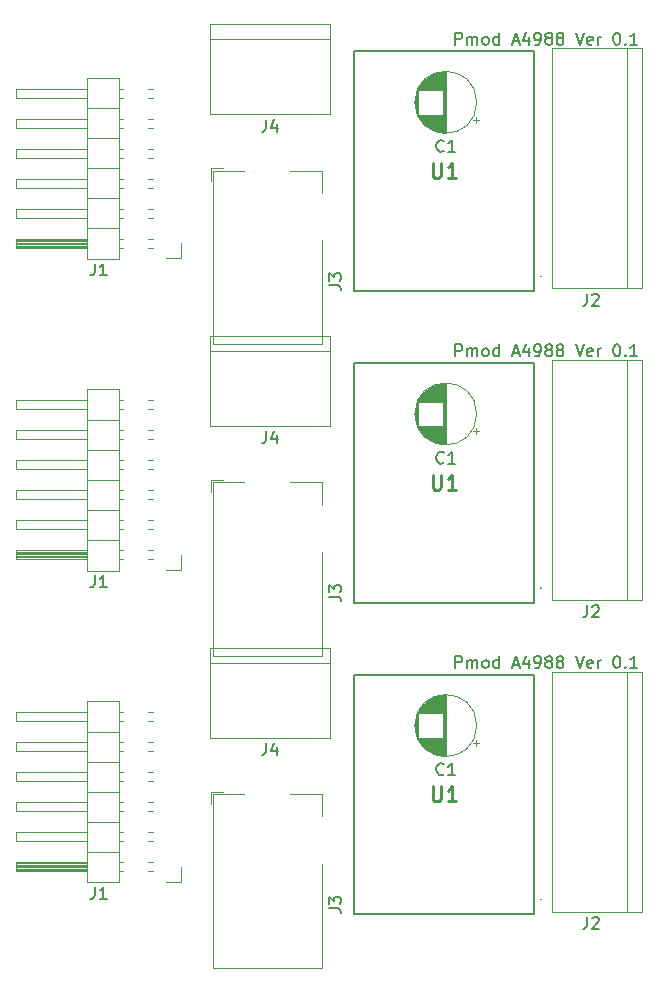
<source format=gbr>
%TF.GenerationSoftware,KiCad,Pcbnew,(6.0.11)*%
%TF.CreationDate,2023-02-22T21:13:02+09:00*%
%TF.ProjectId,panel,70616e65-6c2e-46b6-9963-61645f706362,rev?*%
%TF.SameCoordinates,Original*%
%TF.FileFunction,Legend,Top*%
%TF.FilePolarity,Positive*%
%FSLAX46Y46*%
G04 Gerber Fmt 4.6, Leading zero omitted, Abs format (unit mm)*
G04 Created by KiCad (PCBNEW (6.0.11)) date 2023-02-22 21:13:02*
%MOMM*%
%LPD*%
G01*
G04 APERTURE LIST*
%ADD10C,0.150000*%
%ADD11C,0.254000*%
%ADD12C,0.120000*%
%ADD13C,0.200000*%
%ADD14C,0.100000*%
G04 APERTURE END LIST*
D10*
X156073333Y-28722380D02*
X156073333Y-27722380D01*
X156454285Y-27722380D01*
X156549523Y-27770000D01*
X156597142Y-27817619D01*
X156644761Y-27912857D01*
X156644761Y-28055714D01*
X156597142Y-28150952D01*
X156549523Y-28198571D01*
X156454285Y-28246190D01*
X156073333Y-28246190D01*
X157073333Y-28722380D02*
X157073333Y-28055714D01*
X157073333Y-28150952D02*
X157120952Y-28103333D01*
X157216190Y-28055714D01*
X157359047Y-28055714D01*
X157454285Y-28103333D01*
X157501904Y-28198571D01*
X157501904Y-28722380D01*
X157501904Y-28198571D02*
X157549523Y-28103333D01*
X157644761Y-28055714D01*
X157787619Y-28055714D01*
X157882857Y-28103333D01*
X157930476Y-28198571D01*
X157930476Y-28722380D01*
X158549523Y-28722380D02*
X158454285Y-28674761D01*
X158406666Y-28627142D01*
X158359047Y-28531904D01*
X158359047Y-28246190D01*
X158406666Y-28150952D01*
X158454285Y-28103333D01*
X158549523Y-28055714D01*
X158692380Y-28055714D01*
X158787619Y-28103333D01*
X158835238Y-28150952D01*
X158882857Y-28246190D01*
X158882857Y-28531904D01*
X158835238Y-28627142D01*
X158787619Y-28674761D01*
X158692380Y-28722380D01*
X158549523Y-28722380D01*
X159740000Y-28722380D02*
X159740000Y-27722380D01*
X159740000Y-28674761D02*
X159644761Y-28722380D01*
X159454285Y-28722380D01*
X159359047Y-28674761D01*
X159311428Y-28627142D01*
X159263809Y-28531904D01*
X159263809Y-28246190D01*
X159311428Y-28150952D01*
X159359047Y-28103333D01*
X159454285Y-28055714D01*
X159644761Y-28055714D01*
X159740000Y-28103333D01*
X160930476Y-28436666D02*
X161406666Y-28436666D01*
X160835238Y-28722380D02*
X161168571Y-27722380D01*
X161501904Y-28722380D01*
X162263809Y-28055714D02*
X162263809Y-28722380D01*
X162025714Y-27674761D02*
X161787619Y-28389047D01*
X162406666Y-28389047D01*
X162835238Y-28722380D02*
X163025714Y-28722380D01*
X163120952Y-28674761D01*
X163168571Y-28627142D01*
X163263809Y-28484285D01*
X163311428Y-28293809D01*
X163311428Y-27912857D01*
X163263809Y-27817619D01*
X163216190Y-27770000D01*
X163120952Y-27722380D01*
X162930476Y-27722380D01*
X162835238Y-27770000D01*
X162787619Y-27817619D01*
X162740000Y-27912857D01*
X162740000Y-28150952D01*
X162787619Y-28246190D01*
X162835238Y-28293809D01*
X162930476Y-28341428D01*
X163120952Y-28341428D01*
X163216190Y-28293809D01*
X163263809Y-28246190D01*
X163311428Y-28150952D01*
X163882857Y-28150952D02*
X163787619Y-28103333D01*
X163740000Y-28055714D01*
X163692380Y-27960476D01*
X163692380Y-27912857D01*
X163740000Y-27817619D01*
X163787619Y-27770000D01*
X163882857Y-27722380D01*
X164073333Y-27722380D01*
X164168571Y-27770000D01*
X164216190Y-27817619D01*
X164263809Y-27912857D01*
X164263809Y-27960476D01*
X164216190Y-28055714D01*
X164168571Y-28103333D01*
X164073333Y-28150952D01*
X163882857Y-28150952D01*
X163787619Y-28198571D01*
X163740000Y-28246190D01*
X163692380Y-28341428D01*
X163692380Y-28531904D01*
X163740000Y-28627142D01*
X163787619Y-28674761D01*
X163882857Y-28722380D01*
X164073333Y-28722380D01*
X164168571Y-28674761D01*
X164216190Y-28627142D01*
X164263809Y-28531904D01*
X164263809Y-28341428D01*
X164216190Y-28246190D01*
X164168571Y-28198571D01*
X164073333Y-28150952D01*
X164835238Y-28150952D02*
X164740000Y-28103333D01*
X164692380Y-28055714D01*
X164644761Y-27960476D01*
X164644761Y-27912857D01*
X164692380Y-27817619D01*
X164740000Y-27770000D01*
X164835238Y-27722380D01*
X165025714Y-27722380D01*
X165120952Y-27770000D01*
X165168571Y-27817619D01*
X165216190Y-27912857D01*
X165216190Y-27960476D01*
X165168571Y-28055714D01*
X165120952Y-28103333D01*
X165025714Y-28150952D01*
X164835238Y-28150952D01*
X164740000Y-28198571D01*
X164692380Y-28246190D01*
X164644761Y-28341428D01*
X164644761Y-28531904D01*
X164692380Y-28627142D01*
X164740000Y-28674761D01*
X164835238Y-28722380D01*
X165025714Y-28722380D01*
X165120952Y-28674761D01*
X165168571Y-28627142D01*
X165216190Y-28531904D01*
X165216190Y-28341428D01*
X165168571Y-28246190D01*
X165120952Y-28198571D01*
X165025714Y-28150952D01*
X166263809Y-27722380D02*
X166597142Y-28722380D01*
X166930476Y-27722380D01*
X167644761Y-28674761D02*
X167549523Y-28722380D01*
X167359047Y-28722380D01*
X167263809Y-28674761D01*
X167216190Y-28579523D01*
X167216190Y-28198571D01*
X167263809Y-28103333D01*
X167359047Y-28055714D01*
X167549523Y-28055714D01*
X167644761Y-28103333D01*
X167692380Y-28198571D01*
X167692380Y-28293809D01*
X167216190Y-28389047D01*
X168120952Y-28722380D02*
X168120952Y-28055714D01*
X168120952Y-28246190D02*
X168168571Y-28150952D01*
X168216190Y-28103333D01*
X168311428Y-28055714D01*
X168406666Y-28055714D01*
X169692380Y-27722380D02*
X169787619Y-27722380D01*
X169882857Y-27770000D01*
X169930476Y-27817619D01*
X169978095Y-27912857D01*
X170025714Y-28103333D01*
X170025714Y-28341428D01*
X169978095Y-28531904D01*
X169930476Y-28627142D01*
X169882857Y-28674761D01*
X169787619Y-28722380D01*
X169692380Y-28722380D01*
X169597142Y-28674761D01*
X169549523Y-28627142D01*
X169501904Y-28531904D01*
X169454285Y-28341428D01*
X169454285Y-28103333D01*
X169501904Y-27912857D01*
X169549523Y-27817619D01*
X169597142Y-27770000D01*
X169692380Y-27722380D01*
X170454285Y-28627142D02*
X170501904Y-28674761D01*
X170454285Y-28722380D01*
X170406666Y-28674761D01*
X170454285Y-28627142D01*
X170454285Y-28722380D01*
X171454285Y-28722380D02*
X170882857Y-28722380D01*
X171168571Y-28722380D02*
X171168571Y-27722380D01*
X171073333Y-27865238D01*
X170978095Y-27960476D01*
X170882857Y-28008095D01*
X156073333Y-55106380D02*
X156073333Y-54106380D01*
X156454285Y-54106380D01*
X156549523Y-54154000D01*
X156597142Y-54201619D01*
X156644761Y-54296857D01*
X156644761Y-54439714D01*
X156597142Y-54534952D01*
X156549523Y-54582571D01*
X156454285Y-54630190D01*
X156073333Y-54630190D01*
X157073333Y-55106380D02*
X157073333Y-54439714D01*
X157073333Y-54534952D02*
X157120952Y-54487333D01*
X157216190Y-54439714D01*
X157359047Y-54439714D01*
X157454285Y-54487333D01*
X157501904Y-54582571D01*
X157501904Y-55106380D01*
X157501904Y-54582571D02*
X157549523Y-54487333D01*
X157644761Y-54439714D01*
X157787619Y-54439714D01*
X157882857Y-54487333D01*
X157930476Y-54582571D01*
X157930476Y-55106380D01*
X158549523Y-55106380D02*
X158454285Y-55058761D01*
X158406666Y-55011142D01*
X158359047Y-54915904D01*
X158359047Y-54630190D01*
X158406666Y-54534952D01*
X158454285Y-54487333D01*
X158549523Y-54439714D01*
X158692380Y-54439714D01*
X158787619Y-54487333D01*
X158835238Y-54534952D01*
X158882857Y-54630190D01*
X158882857Y-54915904D01*
X158835238Y-55011142D01*
X158787619Y-55058761D01*
X158692380Y-55106380D01*
X158549523Y-55106380D01*
X159740000Y-55106380D02*
X159740000Y-54106380D01*
X159740000Y-55058761D02*
X159644761Y-55106380D01*
X159454285Y-55106380D01*
X159359047Y-55058761D01*
X159311428Y-55011142D01*
X159263809Y-54915904D01*
X159263809Y-54630190D01*
X159311428Y-54534952D01*
X159359047Y-54487333D01*
X159454285Y-54439714D01*
X159644761Y-54439714D01*
X159740000Y-54487333D01*
X160930476Y-54820666D02*
X161406666Y-54820666D01*
X160835238Y-55106380D02*
X161168571Y-54106380D01*
X161501904Y-55106380D01*
X162263809Y-54439714D02*
X162263809Y-55106380D01*
X162025714Y-54058761D02*
X161787619Y-54773047D01*
X162406666Y-54773047D01*
X162835238Y-55106380D02*
X163025714Y-55106380D01*
X163120952Y-55058761D01*
X163168571Y-55011142D01*
X163263809Y-54868285D01*
X163311428Y-54677809D01*
X163311428Y-54296857D01*
X163263809Y-54201619D01*
X163216190Y-54154000D01*
X163120952Y-54106380D01*
X162930476Y-54106380D01*
X162835238Y-54154000D01*
X162787619Y-54201619D01*
X162740000Y-54296857D01*
X162740000Y-54534952D01*
X162787619Y-54630190D01*
X162835238Y-54677809D01*
X162930476Y-54725428D01*
X163120952Y-54725428D01*
X163216190Y-54677809D01*
X163263809Y-54630190D01*
X163311428Y-54534952D01*
X163882857Y-54534952D02*
X163787619Y-54487333D01*
X163740000Y-54439714D01*
X163692380Y-54344476D01*
X163692380Y-54296857D01*
X163740000Y-54201619D01*
X163787619Y-54154000D01*
X163882857Y-54106380D01*
X164073333Y-54106380D01*
X164168571Y-54154000D01*
X164216190Y-54201619D01*
X164263809Y-54296857D01*
X164263809Y-54344476D01*
X164216190Y-54439714D01*
X164168571Y-54487333D01*
X164073333Y-54534952D01*
X163882857Y-54534952D01*
X163787619Y-54582571D01*
X163740000Y-54630190D01*
X163692380Y-54725428D01*
X163692380Y-54915904D01*
X163740000Y-55011142D01*
X163787619Y-55058761D01*
X163882857Y-55106380D01*
X164073333Y-55106380D01*
X164168571Y-55058761D01*
X164216190Y-55011142D01*
X164263809Y-54915904D01*
X164263809Y-54725428D01*
X164216190Y-54630190D01*
X164168571Y-54582571D01*
X164073333Y-54534952D01*
X164835238Y-54534952D02*
X164740000Y-54487333D01*
X164692380Y-54439714D01*
X164644761Y-54344476D01*
X164644761Y-54296857D01*
X164692380Y-54201619D01*
X164740000Y-54154000D01*
X164835238Y-54106380D01*
X165025714Y-54106380D01*
X165120952Y-54154000D01*
X165168571Y-54201619D01*
X165216190Y-54296857D01*
X165216190Y-54344476D01*
X165168571Y-54439714D01*
X165120952Y-54487333D01*
X165025714Y-54534952D01*
X164835238Y-54534952D01*
X164740000Y-54582571D01*
X164692380Y-54630190D01*
X164644761Y-54725428D01*
X164644761Y-54915904D01*
X164692380Y-55011142D01*
X164740000Y-55058761D01*
X164835238Y-55106380D01*
X165025714Y-55106380D01*
X165120952Y-55058761D01*
X165168571Y-55011142D01*
X165216190Y-54915904D01*
X165216190Y-54725428D01*
X165168571Y-54630190D01*
X165120952Y-54582571D01*
X165025714Y-54534952D01*
X166263809Y-54106380D02*
X166597142Y-55106380D01*
X166930476Y-54106380D01*
X167644761Y-55058761D02*
X167549523Y-55106380D01*
X167359047Y-55106380D01*
X167263809Y-55058761D01*
X167216190Y-54963523D01*
X167216190Y-54582571D01*
X167263809Y-54487333D01*
X167359047Y-54439714D01*
X167549523Y-54439714D01*
X167644761Y-54487333D01*
X167692380Y-54582571D01*
X167692380Y-54677809D01*
X167216190Y-54773047D01*
X168120952Y-55106380D02*
X168120952Y-54439714D01*
X168120952Y-54630190D02*
X168168571Y-54534952D01*
X168216190Y-54487333D01*
X168311428Y-54439714D01*
X168406666Y-54439714D01*
X169692380Y-54106380D02*
X169787619Y-54106380D01*
X169882857Y-54154000D01*
X169930476Y-54201619D01*
X169978095Y-54296857D01*
X170025714Y-54487333D01*
X170025714Y-54725428D01*
X169978095Y-54915904D01*
X169930476Y-55011142D01*
X169882857Y-55058761D01*
X169787619Y-55106380D01*
X169692380Y-55106380D01*
X169597142Y-55058761D01*
X169549523Y-55011142D01*
X169501904Y-54915904D01*
X169454285Y-54725428D01*
X169454285Y-54487333D01*
X169501904Y-54296857D01*
X169549523Y-54201619D01*
X169597142Y-54154000D01*
X169692380Y-54106380D01*
X170454285Y-55011142D02*
X170501904Y-55058761D01*
X170454285Y-55106380D01*
X170406666Y-55058761D01*
X170454285Y-55011142D01*
X170454285Y-55106380D01*
X171454285Y-55106380D02*
X170882857Y-55106380D01*
X171168571Y-55106380D02*
X171168571Y-54106380D01*
X171073333Y-54249238D01*
X170978095Y-54344476D01*
X170882857Y-54392095D01*
X156073333Y-81490380D02*
X156073333Y-80490380D01*
X156454285Y-80490380D01*
X156549523Y-80538000D01*
X156597142Y-80585619D01*
X156644761Y-80680857D01*
X156644761Y-80823714D01*
X156597142Y-80918952D01*
X156549523Y-80966571D01*
X156454285Y-81014190D01*
X156073333Y-81014190D01*
X157073333Y-81490380D02*
X157073333Y-80823714D01*
X157073333Y-80918952D02*
X157120952Y-80871333D01*
X157216190Y-80823714D01*
X157359047Y-80823714D01*
X157454285Y-80871333D01*
X157501904Y-80966571D01*
X157501904Y-81490380D01*
X157501904Y-80966571D02*
X157549523Y-80871333D01*
X157644761Y-80823714D01*
X157787619Y-80823714D01*
X157882857Y-80871333D01*
X157930476Y-80966571D01*
X157930476Y-81490380D01*
X158549523Y-81490380D02*
X158454285Y-81442761D01*
X158406666Y-81395142D01*
X158359047Y-81299904D01*
X158359047Y-81014190D01*
X158406666Y-80918952D01*
X158454285Y-80871333D01*
X158549523Y-80823714D01*
X158692380Y-80823714D01*
X158787619Y-80871333D01*
X158835238Y-80918952D01*
X158882857Y-81014190D01*
X158882857Y-81299904D01*
X158835238Y-81395142D01*
X158787619Y-81442761D01*
X158692380Y-81490380D01*
X158549523Y-81490380D01*
X159740000Y-81490380D02*
X159740000Y-80490380D01*
X159740000Y-81442761D02*
X159644761Y-81490380D01*
X159454285Y-81490380D01*
X159359047Y-81442761D01*
X159311428Y-81395142D01*
X159263809Y-81299904D01*
X159263809Y-81014190D01*
X159311428Y-80918952D01*
X159359047Y-80871333D01*
X159454285Y-80823714D01*
X159644761Y-80823714D01*
X159740000Y-80871333D01*
X160930476Y-81204666D02*
X161406666Y-81204666D01*
X160835238Y-81490380D02*
X161168571Y-80490380D01*
X161501904Y-81490380D01*
X162263809Y-80823714D02*
X162263809Y-81490380D01*
X162025714Y-80442761D02*
X161787619Y-81157047D01*
X162406666Y-81157047D01*
X162835238Y-81490380D02*
X163025714Y-81490380D01*
X163120952Y-81442761D01*
X163168571Y-81395142D01*
X163263809Y-81252285D01*
X163311428Y-81061809D01*
X163311428Y-80680857D01*
X163263809Y-80585619D01*
X163216190Y-80538000D01*
X163120952Y-80490380D01*
X162930476Y-80490380D01*
X162835238Y-80538000D01*
X162787619Y-80585619D01*
X162740000Y-80680857D01*
X162740000Y-80918952D01*
X162787619Y-81014190D01*
X162835238Y-81061809D01*
X162930476Y-81109428D01*
X163120952Y-81109428D01*
X163216190Y-81061809D01*
X163263809Y-81014190D01*
X163311428Y-80918952D01*
X163882857Y-80918952D02*
X163787619Y-80871333D01*
X163740000Y-80823714D01*
X163692380Y-80728476D01*
X163692380Y-80680857D01*
X163740000Y-80585619D01*
X163787619Y-80538000D01*
X163882857Y-80490380D01*
X164073333Y-80490380D01*
X164168571Y-80538000D01*
X164216190Y-80585619D01*
X164263809Y-80680857D01*
X164263809Y-80728476D01*
X164216190Y-80823714D01*
X164168571Y-80871333D01*
X164073333Y-80918952D01*
X163882857Y-80918952D01*
X163787619Y-80966571D01*
X163740000Y-81014190D01*
X163692380Y-81109428D01*
X163692380Y-81299904D01*
X163740000Y-81395142D01*
X163787619Y-81442761D01*
X163882857Y-81490380D01*
X164073333Y-81490380D01*
X164168571Y-81442761D01*
X164216190Y-81395142D01*
X164263809Y-81299904D01*
X164263809Y-81109428D01*
X164216190Y-81014190D01*
X164168571Y-80966571D01*
X164073333Y-80918952D01*
X164835238Y-80918952D02*
X164740000Y-80871333D01*
X164692380Y-80823714D01*
X164644761Y-80728476D01*
X164644761Y-80680857D01*
X164692380Y-80585619D01*
X164740000Y-80538000D01*
X164835238Y-80490380D01*
X165025714Y-80490380D01*
X165120952Y-80538000D01*
X165168571Y-80585619D01*
X165216190Y-80680857D01*
X165216190Y-80728476D01*
X165168571Y-80823714D01*
X165120952Y-80871333D01*
X165025714Y-80918952D01*
X164835238Y-80918952D01*
X164740000Y-80966571D01*
X164692380Y-81014190D01*
X164644761Y-81109428D01*
X164644761Y-81299904D01*
X164692380Y-81395142D01*
X164740000Y-81442761D01*
X164835238Y-81490380D01*
X165025714Y-81490380D01*
X165120952Y-81442761D01*
X165168571Y-81395142D01*
X165216190Y-81299904D01*
X165216190Y-81109428D01*
X165168571Y-81014190D01*
X165120952Y-80966571D01*
X165025714Y-80918952D01*
X166263809Y-80490380D02*
X166597142Y-81490380D01*
X166930476Y-80490380D01*
X167644761Y-81442761D02*
X167549523Y-81490380D01*
X167359047Y-81490380D01*
X167263809Y-81442761D01*
X167216190Y-81347523D01*
X167216190Y-80966571D01*
X167263809Y-80871333D01*
X167359047Y-80823714D01*
X167549523Y-80823714D01*
X167644761Y-80871333D01*
X167692380Y-80966571D01*
X167692380Y-81061809D01*
X167216190Y-81157047D01*
X168120952Y-81490380D02*
X168120952Y-80823714D01*
X168120952Y-81014190D02*
X168168571Y-80918952D01*
X168216190Y-80871333D01*
X168311428Y-80823714D01*
X168406666Y-80823714D01*
X169692380Y-80490380D02*
X169787619Y-80490380D01*
X169882857Y-80538000D01*
X169930476Y-80585619D01*
X169978095Y-80680857D01*
X170025714Y-80871333D01*
X170025714Y-81109428D01*
X169978095Y-81299904D01*
X169930476Y-81395142D01*
X169882857Y-81442761D01*
X169787619Y-81490380D01*
X169692380Y-81490380D01*
X169597142Y-81442761D01*
X169549523Y-81395142D01*
X169501904Y-81299904D01*
X169454285Y-81109428D01*
X169454285Y-80871333D01*
X169501904Y-80680857D01*
X169549523Y-80585619D01*
X169597142Y-80538000D01*
X169692380Y-80490380D01*
X170454285Y-81395142D02*
X170501904Y-81442761D01*
X170454285Y-81490380D01*
X170406666Y-81442761D01*
X170454285Y-81395142D01*
X170454285Y-81490380D01*
X171454285Y-81490380D02*
X170882857Y-81490380D01*
X171168571Y-81490380D02*
X171168571Y-80490380D01*
X171073333Y-80633238D01*
X170978095Y-80728476D01*
X170882857Y-80776095D01*
%TO.C,J1*%
X125555666Y-47264380D02*
X125555666Y-47978666D01*
X125508047Y-48121523D01*
X125412809Y-48216761D01*
X125269952Y-48264380D01*
X125174714Y-48264380D01*
X126555666Y-48264380D02*
X125984238Y-48264380D01*
X126269952Y-48264380D02*
X126269952Y-47264380D01*
X126174714Y-47407238D01*
X126079476Y-47502476D01*
X125984238Y-47550095D01*
D11*
%TO.C,U1*%
X154136380Y-38750523D02*
X154136380Y-39778619D01*
X154196857Y-39899571D01*
X154257333Y-39960047D01*
X154378285Y-40020523D01*
X154620190Y-40020523D01*
X154741142Y-39960047D01*
X154801619Y-39899571D01*
X154862095Y-39778619D01*
X154862095Y-38750523D01*
X156132095Y-40020523D02*
X155406380Y-40020523D01*
X155769238Y-40020523D02*
X155769238Y-38750523D01*
X155648285Y-38931952D01*
X155527333Y-39052904D01*
X155406380Y-39113380D01*
D10*
%TO.C,J3*%
X145378880Y-101855333D02*
X146093166Y-101855333D01*
X146236023Y-101902952D01*
X146331261Y-101998190D01*
X146378880Y-102141047D01*
X146378880Y-102236285D01*
X145378880Y-101474380D02*
X145378880Y-100855333D01*
X145759833Y-101188666D01*
X145759833Y-101045809D01*
X145807452Y-100950571D01*
X145855071Y-100902952D01*
X145950309Y-100855333D01*
X146188404Y-100855333D01*
X146283642Y-100902952D01*
X146331261Y-100950571D01*
X146378880Y-101045809D01*
X146378880Y-101331523D01*
X146331261Y-101426761D01*
X146283642Y-101474380D01*
%TO.C,C1*%
X155086237Y-64095142D02*
X155038618Y-64142761D01*
X154895761Y-64190380D01*
X154800523Y-64190380D01*
X154657665Y-64142761D01*
X154562427Y-64047523D01*
X154514808Y-63952285D01*
X154467189Y-63761809D01*
X154467189Y-63618952D01*
X154514808Y-63428476D01*
X154562427Y-63333238D01*
X154657665Y-63238000D01*
X154800523Y-63190380D01*
X154895761Y-63190380D01*
X155038618Y-63238000D01*
X155086237Y-63285619D01*
X156038618Y-64190380D02*
X155467189Y-64190380D01*
X155752904Y-64190380D02*
X155752904Y-63190380D01*
X155657665Y-63333238D01*
X155562427Y-63428476D01*
X155467189Y-63476095D01*
%TO.C,J3*%
X145378880Y-75471333D02*
X146093166Y-75471333D01*
X146236023Y-75518952D01*
X146331261Y-75614190D01*
X146378880Y-75757047D01*
X146378880Y-75852285D01*
X145378880Y-75090380D02*
X145378880Y-74471333D01*
X145759833Y-74804666D01*
X145759833Y-74661809D01*
X145807452Y-74566571D01*
X145855071Y-74518952D01*
X145950309Y-74471333D01*
X146188404Y-74471333D01*
X146283642Y-74518952D01*
X146331261Y-74566571D01*
X146378880Y-74661809D01*
X146378880Y-74947523D01*
X146331261Y-75042761D01*
X146283642Y-75090380D01*
%TO.C,J1*%
X125555666Y-73648380D02*
X125555666Y-74362666D01*
X125508047Y-74505523D01*
X125412809Y-74600761D01*
X125269952Y-74648380D01*
X125174714Y-74648380D01*
X126555666Y-74648380D02*
X125984238Y-74648380D01*
X126269952Y-74648380D02*
X126269952Y-73648380D01*
X126174714Y-73791238D01*
X126079476Y-73886476D01*
X125984238Y-73934095D01*
D11*
%TO.C,U1*%
X154136380Y-91518523D02*
X154136380Y-92546619D01*
X154196857Y-92667571D01*
X154257333Y-92728047D01*
X154378285Y-92788523D01*
X154620190Y-92788523D01*
X154741142Y-92728047D01*
X154801619Y-92667571D01*
X154862095Y-92546619D01*
X154862095Y-91518523D01*
X156132095Y-92788523D02*
X155406380Y-92788523D01*
X155769238Y-92788523D02*
X155769238Y-91518523D01*
X155648285Y-91699952D01*
X155527333Y-91820904D01*
X155406380Y-91881380D01*
D10*
%TO.C,J2*%
X167216666Y-76204380D02*
X167216666Y-76918666D01*
X167169047Y-77061523D01*
X167073809Y-77156761D01*
X166930952Y-77204380D01*
X166835714Y-77204380D01*
X167645238Y-76299619D02*
X167692857Y-76252000D01*
X167788095Y-76204380D01*
X168026190Y-76204380D01*
X168121428Y-76252000D01*
X168169047Y-76299619D01*
X168216666Y-76394857D01*
X168216666Y-76490095D01*
X168169047Y-76632952D01*
X167597619Y-77204380D01*
X168216666Y-77204380D01*
%TO.C,C1*%
X155086237Y-90479142D02*
X155038618Y-90526761D01*
X154895761Y-90574380D01*
X154800523Y-90574380D01*
X154657665Y-90526761D01*
X154562427Y-90431523D01*
X154514808Y-90336285D01*
X154467189Y-90145809D01*
X154467189Y-90002952D01*
X154514808Y-89812476D01*
X154562427Y-89717238D01*
X154657665Y-89622000D01*
X154800523Y-89574380D01*
X154895761Y-89574380D01*
X155038618Y-89622000D01*
X155086237Y-89669619D01*
X156038618Y-90574380D02*
X155467189Y-90574380D01*
X155752904Y-90574380D02*
X155752904Y-89574380D01*
X155657665Y-89717238D01*
X155562427Y-89812476D01*
X155467189Y-89860095D01*
%TO.C,J3*%
X145378880Y-49087333D02*
X146093166Y-49087333D01*
X146236023Y-49134952D01*
X146331261Y-49230190D01*
X146378880Y-49373047D01*
X146378880Y-49468285D01*
X145378880Y-48706380D02*
X145378880Y-48087333D01*
X145759833Y-48420666D01*
X145759833Y-48277809D01*
X145807452Y-48182571D01*
X145855071Y-48134952D01*
X145950309Y-48087333D01*
X146188404Y-48087333D01*
X146283642Y-48134952D01*
X146331261Y-48182571D01*
X146378880Y-48277809D01*
X146378880Y-48563523D01*
X146331261Y-48658761D01*
X146283642Y-48706380D01*
%TO.C,C1*%
X155086237Y-37711142D02*
X155038618Y-37758761D01*
X154895761Y-37806380D01*
X154800523Y-37806380D01*
X154657665Y-37758761D01*
X154562427Y-37663523D01*
X154514808Y-37568285D01*
X154467189Y-37377809D01*
X154467189Y-37234952D01*
X154514808Y-37044476D01*
X154562427Y-36949238D01*
X154657665Y-36854000D01*
X154800523Y-36806380D01*
X154895761Y-36806380D01*
X155038618Y-36854000D01*
X155086237Y-36901619D01*
X156038618Y-37806380D02*
X155467189Y-37806380D01*
X155752904Y-37806380D02*
X155752904Y-36806380D01*
X155657665Y-36949238D01*
X155562427Y-37044476D01*
X155467189Y-37092095D01*
%TO.C,J4*%
X140038666Y-61472380D02*
X140038666Y-62186666D01*
X139991047Y-62329523D01*
X139895809Y-62424761D01*
X139752952Y-62472380D01*
X139657714Y-62472380D01*
X140943428Y-61805714D02*
X140943428Y-62472380D01*
X140705333Y-61424761D02*
X140467238Y-62139047D01*
X141086285Y-62139047D01*
D11*
%TO.C,U1*%
X154136380Y-65134523D02*
X154136380Y-66162619D01*
X154196857Y-66283571D01*
X154257333Y-66344047D01*
X154378285Y-66404523D01*
X154620190Y-66404523D01*
X154741142Y-66344047D01*
X154801619Y-66283571D01*
X154862095Y-66162619D01*
X154862095Y-65134523D01*
X156132095Y-66404523D02*
X155406380Y-66404523D01*
X155769238Y-66404523D02*
X155769238Y-65134523D01*
X155648285Y-65315952D01*
X155527333Y-65436904D01*
X155406380Y-65497380D01*
D10*
%TO.C,J4*%
X140038666Y-35088380D02*
X140038666Y-35802666D01*
X139991047Y-35945523D01*
X139895809Y-36040761D01*
X139752952Y-36088380D01*
X139657714Y-36088380D01*
X140943428Y-35421714D02*
X140943428Y-36088380D01*
X140705333Y-35040761D02*
X140467238Y-35755047D01*
X141086285Y-35755047D01*
X140038666Y-87856380D02*
X140038666Y-88570666D01*
X139991047Y-88713523D01*
X139895809Y-88808761D01*
X139752952Y-88856380D01*
X139657714Y-88856380D01*
X140943428Y-88189714D02*
X140943428Y-88856380D01*
X140705333Y-87808761D02*
X140467238Y-88523047D01*
X141086285Y-88523047D01*
%TO.C,J2*%
X167216666Y-102588380D02*
X167216666Y-103302666D01*
X167169047Y-103445523D01*
X167073809Y-103540761D01*
X166930952Y-103588380D01*
X166835714Y-103588380D01*
X167645238Y-102683619D02*
X167692857Y-102636000D01*
X167788095Y-102588380D01*
X168026190Y-102588380D01*
X168121428Y-102636000D01*
X168169047Y-102683619D01*
X168216666Y-102778857D01*
X168216666Y-102874095D01*
X168169047Y-103016952D01*
X167597619Y-103588380D01*
X168216666Y-103588380D01*
X167216666Y-49820380D02*
X167216666Y-50534666D01*
X167169047Y-50677523D01*
X167073809Y-50772761D01*
X166930952Y-50820380D01*
X166835714Y-50820380D01*
X167645238Y-49915619D02*
X167692857Y-49868000D01*
X167788095Y-49820380D01*
X168026190Y-49820380D01*
X168121428Y-49868000D01*
X168169047Y-49915619D01*
X168216666Y-50010857D01*
X168216666Y-50106095D01*
X168169047Y-50248952D01*
X167597619Y-50820380D01*
X168216666Y-50820380D01*
%TO.C,J1*%
X125555666Y-100032380D02*
X125555666Y-100746666D01*
X125508047Y-100889523D01*
X125412809Y-100984761D01*
X125269952Y-101032380D01*
X125174714Y-101032380D01*
X126555666Y-101032380D02*
X125984238Y-101032380D01*
X126269952Y-101032380D02*
X126269952Y-100032380D01*
X126174714Y-100175238D01*
X126079476Y-100270476D01*
X125984238Y-100318095D01*
D12*
X130434000Y-45162000D02*
X130046929Y-45162000D01*
X118904000Y-35762000D02*
X118904000Y-35002000D01*
X130501071Y-35002000D02*
X130046929Y-35002000D01*
X118904000Y-42622000D02*
X124904000Y-42622000D01*
X132814000Y-45542000D02*
X132814000Y-46812000D01*
X118904000Y-33222000D02*
X118904000Y-32462000D01*
X124904000Y-45622000D02*
X118904000Y-45622000D01*
X127961071Y-35762000D02*
X127564000Y-35762000D01*
X118904000Y-43382000D02*
X118904000Y-42622000D01*
X124904000Y-31512000D02*
X124904000Y-46872000D01*
X127564000Y-39192000D02*
X124904000Y-39192000D01*
X127564000Y-36652000D02*
X124904000Y-36652000D01*
X127961071Y-37542000D02*
X127564000Y-37542000D01*
X130501071Y-33222000D02*
X130046929Y-33222000D01*
X118904000Y-40082000D02*
X124904000Y-40082000D01*
X127564000Y-41732000D02*
X124904000Y-41732000D01*
X118904000Y-38302000D02*
X118904000Y-37542000D01*
X124904000Y-33222000D02*
X118904000Y-33222000D01*
X127961071Y-33222000D02*
X127564000Y-33222000D01*
X124904000Y-43382000D02*
X118904000Y-43382000D01*
X127564000Y-44272000D02*
X124904000Y-44272000D01*
X130501071Y-43382000D02*
X130046929Y-43382000D01*
X118904000Y-35002000D02*
X124904000Y-35002000D01*
X124904000Y-40842000D02*
X118904000Y-40842000D01*
X124904000Y-45742000D02*
X118904000Y-45742000D01*
X130501071Y-38302000D02*
X130046929Y-38302000D01*
X124904000Y-35762000D02*
X118904000Y-35762000D01*
X130501071Y-35762000D02*
X130046929Y-35762000D01*
X127961071Y-45922000D02*
X127564000Y-45922000D01*
X118904000Y-32462000D02*
X124904000Y-32462000D01*
X124904000Y-45262000D02*
X118904000Y-45262000D01*
X127961071Y-35002000D02*
X127564000Y-35002000D01*
X127564000Y-46872000D02*
X127564000Y-31512000D01*
X127961071Y-38302000D02*
X127564000Y-38302000D01*
X127564000Y-34112000D02*
X124904000Y-34112000D01*
X132814000Y-46812000D02*
X131544000Y-46812000D01*
X130501071Y-37542000D02*
X130046929Y-37542000D01*
X130501071Y-32462000D02*
X130046929Y-32462000D01*
X124904000Y-45922000D02*
X118904000Y-45922000D01*
X127961071Y-45162000D02*
X127564000Y-45162000D01*
X124904000Y-46872000D02*
X127564000Y-46872000D01*
X127961071Y-42622000D02*
X127564000Y-42622000D01*
X124904000Y-45502000D02*
X118904000Y-45502000D01*
X130501071Y-42622000D02*
X130046929Y-42622000D01*
X127961071Y-32462000D02*
X127564000Y-32462000D01*
X124904000Y-45862000D02*
X118904000Y-45862000D01*
X127961071Y-40842000D02*
X127564000Y-40842000D01*
X124904000Y-45382000D02*
X118904000Y-45382000D01*
X127961071Y-43382000D02*
X127564000Y-43382000D01*
X118904000Y-45922000D02*
X118904000Y-45162000D01*
X118904000Y-40842000D02*
X118904000Y-40082000D01*
X130434000Y-45922000D02*
X130046929Y-45922000D01*
X130501071Y-40842000D02*
X130046929Y-40842000D01*
X127564000Y-31512000D02*
X124904000Y-31512000D01*
X124904000Y-38302000D02*
X118904000Y-38302000D01*
X118904000Y-37542000D02*
X124904000Y-37542000D01*
X118904000Y-45162000D02*
X124904000Y-45162000D01*
X130501071Y-40082000D02*
X130046929Y-40082000D01*
X127961071Y-40082000D02*
X127564000Y-40082000D01*
D13*
%TO.C,U1*%
X162704000Y-29296000D02*
X162704000Y-49596000D01*
X147504000Y-29296000D02*
X162704000Y-29296000D01*
X147504000Y-49596000D02*
X147504000Y-29296000D01*
D14*
X163234000Y-48326000D02*
X163234000Y-48326000D01*
X163334000Y-48326000D02*
X163334000Y-48326000D01*
D13*
X162704000Y-49596000D02*
X147504000Y-49596000D01*
D14*
X163234000Y-48326000D02*
G75*
G03*
X163334000Y-48326000I50000J0D01*
G01*
X163334000Y-48326000D02*
G75*
G03*
X163234000Y-48326000I-50000J0D01*
G01*
D12*
%TO.C,J3*%
X136426500Y-91972000D02*
X135376500Y-91972000D01*
X135576500Y-92172000D02*
X138176500Y-92172000D01*
X144776500Y-92172000D02*
X144776500Y-94072000D01*
X135576500Y-106872000D02*
X135576500Y-92172000D01*
X144776500Y-98072000D02*
X144776500Y-106872000D01*
X142076500Y-92172000D02*
X144776500Y-92172000D01*
X135376500Y-93022000D02*
X135376500Y-91972000D01*
X144776500Y-106872000D02*
X135576500Y-106872000D01*
%TO.C,C1*%
X154812904Y-58948000D02*
X154812904Y-57445000D01*
X153611904Y-61992000D02*
X153611904Y-61028000D01*
X154451904Y-62443000D02*
X154451904Y-61028000D01*
X153771904Y-58948000D02*
X153771904Y-57866000D01*
X154852904Y-62538000D02*
X154852904Y-61028000D01*
X154331904Y-62402000D02*
X154331904Y-61028000D01*
X154692904Y-62508000D02*
X154692904Y-61028000D01*
X153931904Y-62212000D02*
X153931904Y-61028000D01*
X153571904Y-58948000D02*
X153571904Y-58017000D01*
X154331904Y-58948000D02*
X154331904Y-57574000D01*
X154171904Y-62336000D02*
X154171904Y-61028000D01*
X153451904Y-58948000D02*
X153451904Y-58124000D01*
X154932904Y-58948000D02*
X154932904Y-57427000D01*
X152811904Y-60903000D02*
X152811904Y-59073000D01*
X154732904Y-58948000D02*
X154732904Y-57460000D01*
X153131904Y-58948000D02*
X153131904Y-58488000D01*
X154411904Y-62430000D02*
X154411904Y-61028000D01*
X154892904Y-62544000D02*
X154892904Y-61028000D01*
X155252904Y-62568000D02*
X155252904Y-57408000D01*
X152691904Y-60506000D02*
X152691904Y-59470000D01*
X153651904Y-58948000D02*
X153651904Y-57953000D01*
X153611904Y-58948000D02*
X153611904Y-57984000D01*
X152891904Y-61086000D02*
X152891904Y-58890000D01*
X153171904Y-58948000D02*
X153171904Y-58434000D01*
X153251904Y-58948000D02*
X153251904Y-58335000D01*
X153691904Y-58948000D02*
X153691904Y-57923000D01*
X154011904Y-58948000D02*
X154011904Y-57720000D01*
X154411904Y-58948000D02*
X154411904Y-57546000D01*
X155172904Y-62567000D02*
X155172904Y-57409000D01*
X154972904Y-62553000D02*
X154972904Y-61028000D01*
X154251904Y-62370000D02*
X154251904Y-61028000D01*
X153491904Y-58948000D02*
X153491904Y-58087000D01*
X154531904Y-58948000D02*
X154531904Y-57508000D01*
X153371904Y-61773000D02*
X153371904Y-61028000D01*
X153131904Y-61488000D02*
X153131904Y-61028000D01*
X154011904Y-62256000D02*
X154011904Y-61028000D01*
X154652904Y-62499000D02*
X154652904Y-61028000D01*
X154091904Y-58948000D02*
X154091904Y-57678000D01*
X152971904Y-58948000D02*
X152971904Y-58737000D01*
X154852904Y-58948000D02*
X154852904Y-57438000D01*
X153811904Y-62137000D02*
X153811904Y-61028000D01*
X153531904Y-58948000D02*
X153531904Y-58051000D01*
X154291904Y-62386000D02*
X154291904Y-61028000D01*
X152851904Y-60999000D02*
X152851904Y-58977000D01*
X158057679Y-61463000D02*
X157557679Y-61463000D01*
X154091904Y-62298000D02*
X154091904Y-61028000D01*
X154732904Y-62516000D02*
X154732904Y-61028000D01*
X153051904Y-61371000D02*
X153051904Y-61028000D01*
X153891904Y-58948000D02*
X153891904Y-57788000D01*
X153211904Y-58948000D02*
X153211904Y-58383000D01*
X154371904Y-58948000D02*
X154371904Y-57560000D01*
X155052904Y-62561000D02*
X155052904Y-57415000D01*
X153371904Y-58948000D02*
X153371904Y-58203000D01*
X154171904Y-58948000D02*
X154171904Y-57640000D01*
X153211904Y-61593000D02*
X153211904Y-61028000D01*
X153411904Y-58948000D02*
X153411904Y-58162000D01*
X154291904Y-58948000D02*
X154291904Y-57590000D01*
X153651904Y-62023000D02*
X153651904Y-61028000D01*
X154131904Y-58948000D02*
X154131904Y-57659000D01*
X153051904Y-58948000D02*
X153051904Y-58605000D01*
X152971904Y-61239000D02*
X152971904Y-61028000D01*
X154251904Y-58948000D02*
X154251904Y-57606000D01*
X154211904Y-58948000D02*
X154211904Y-57623000D01*
X153331904Y-61731000D02*
X153331904Y-61028000D01*
X157807679Y-61713000D02*
X157807679Y-61213000D01*
X153251904Y-61641000D02*
X153251904Y-61028000D01*
X153691904Y-62053000D02*
X153691904Y-61028000D01*
X152931904Y-61166000D02*
X152931904Y-58810000D01*
X153171904Y-61542000D02*
X153171904Y-61028000D01*
X154772904Y-58948000D02*
X154772904Y-57452000D01*
X153291904Y-61687000D02*
X153291904Y-61028000D01*
X154652904Y-58948000D02*
X154652904Y-57477000D01*
X154491904Y-62456000D02*
X154491904Y-61028000D01*
X153451904Y-61852000D02*
X153451904Y-61028000D01*
X153931904Y-58948000D02*
X153931904Y-57764000D01*
X154211904Y-62353000D02*
X154211904Y-61028000D01*
X154892904Y-58948000D02*
X154892904Y-57432000D01*
X153731904Y-58948000D02*
X153731904Y-57893000D01*
X154612904Y-62489000D02*
X154612904Y-61028000D01*
X153411904Y-61814000D02*
X153411904Y-61028000D01*
X154451904Y-58948000D02*
X154451904Y-57533000D01*
X154531904Y-62468000D02*
X154531904Y-61028000D01*
X155012904Y-58948000D02*
X155012904Y-57419000D01*
X153571904Y-61959000D02*
X153571904Y-61028000D01*
X154772904Y-62524000D02*
X154772904Y-61028000D01*
X154051904Y-62278000D02*
X154051904Y-61028000D01*
X155132904Y-62566000D02*
X155132904Y-57410000D01*
X152651904Y-60272000D02*
X152651904Y-59704000D01*
X152731904Y-60665000D02*
X152731904Y-59311000D01*
X153851904Y-58948000D02*
X153851904Y-57813000D01*
X153971904Y-58948000D02*
X153971904Y-57741000D01*
X154972904Y-58948000D02*
X154972904Y-57423000D01*
X153011904Y-61307000D02*
X153011904Y-61028000D01*
X154051904Y-58948000D02*
X154051904Y-57698000D01*
X152771904Y-60793000D02*
X152771904Y-59183000D01*
X154612904Y-58948000D02*
X154612904Y-57487000D01*
X153291904Y-58948000D02*
X153291904Y-58289000D01*
X154572904Y-58948000D02*
X154572904Y-57497000D01*
X154371904Y-62416000D02*
X154371904Y-61028000D01*
X153091904Y-58948000D02*
X153091904Y-58545000D01*
X155092904Y-62564000D02*
X155092904Y-57412000D01*
X155212904Y-62568000D02*
X155212904Y-57408000D01*
X153491904Y-61889000D02*
X153491904Y-61028000D01*
X153771904Y-62110000D02*
X153771904Y-61028000D01*
X153531904Y-61925000D02*
X153531904Y-61028000D01*
X153971904Y-62235000D02*
X153971904Y-61028000D01*
X155012904Y-62557000D02*
X155012904Y-61028000D01*
X154131904Y-62317000D02*
X154131904Y-61028000D01*
X153011904Y-58948000D02*
X153011904Y-58669000D01*
X154932904Y-62549000D02*
X154932904Y-61028000D01*
X153811904Y-58948000D02*
X153811904Y-57839000D01*
X153731904Y-62083000D02*
X153731904Y-61028000D01*
X154692904Y-58948000D02*
X154692904Y-57468000D01*
X153091904Y-61431000D02*
X153091904Y-61028000D01*
X154491904Y-58948000D02*
X154491904Y-57520000D01*
X154572904Y-62479000D02*
X154572904Y-61028000D01*
X153851904Y-62163000D02*
X153851904Y-61028000D01*
X154812904Y-62531000D02*
X154812904Y-61028000D01*
X153331904Y-58948000D02*
X153331904Y-58245000D01*
X153891904Y-62188000D02*
X153891904Y-61028000D01*
X157872904Y-59988000D02*
G75*
G03*
X157872904Y-59988000I-2620000J0D01*
G01*
%TO.C,J3*%
X144776500Y-71688000D02*
X144776500Y-80488000D01*
X136426500Y-65588000D02*
X135376500Y-65588000D01*
X144776500Y-80488000D02*
X135576500Y-80488000D01*
X144776500Y-65788000D02*
X144776500Y-67688000D01*
X135576500Y-80488000D02*
X135576500Y-65788000D01*
X142076500Y-65788000D02*
X144776500Y-65788000D01*
X135376500Y-66638000D02*
X135376500Y-65588000D01*
X135576500Y-65788000D02*
X138176500Y-65788000D01*
%TO.C,J1*%
X127961071Y-72306000D02*
X127564000Y-72306000D01*
X127961071Y-66466000D02*
X127564000Y-66466000D01*
X127961071Y-71546000D02*
X127564000Y-71546000D01*
X118904000Y-64686000D02*
X118904000Y-63926000D01*
X118904000Y-72306000D02*
X118904000Y-71546000D01*
X130501071Y-69006000D02*
X130046929Y-69006000D01*
X124904000Y-71646000D02*
X118904000Y-71646000D01*
X127564000Y-57896000D02*
X124904000Y-57896000D01*
X130501071Y-64686000D02*
X130046929Y-64686000D01*
X124904000Y-73256000D02*
X127564000Y-73256000D01*
X124904000Y-72306000D02*
X118904000Y-72306000D01*
X127564000Y-68116000D02*
X124904000Y-68116000D01*
X130501071Y-62146000D02*
X130046929Y-62146000D01*
X130501071Y-66466000D02*
X130046929Y-66466000D01*
X124904000Y-71886000D02*
X118904000Y-71886000D01*
X130434000Y-72306000D02*
X130046929Y-72306000D01*
X127564000Y-70656000D02*
X124904000Y-70656000D01*
X127961071Y-64686000D02*
X127564000Y-64686000D01*
X130501071Y-58846000D02*
X130046929Y-58846000D01*
X124904000Y-72126000D02*
X118904000Y-72126000D01*
X118904000Y-62146000D02*
X118904000Y-61386000D01*
X118904000Y-63926000D02*
X124904000Y-63926000D01*
X127961071Y-63926000D02*
X127564000Y-63926000D01*
X118904000Y-61386000D02*
X124904000Y-61386000D01*
X127961071Y-62146000D02*
X127564000Y-62146000D01*
X124904000Y-71766000D02*
X118904000Y-71766000D01*
X127961071Y-58846000D02*
X127564000Y-58846000D01*
X130501071Y-69766000D02*
X130046929Y-69766000D01*
X130501071Y-59606000D02*
X130046929Y-59606000D01*
X124904000Y-62146000D02*
X118904000Y-62146000D01*
X127564000Y-65576000D02*
X124904000Y-65576000D01*
X124904000Y-64686000D02*
X118904000Y-64686000D01*
X130434000Y-71546000D02*
X130046929Y-71546000D01*
X118904000Y-71546000D02*
X124904000Y-71546000D01*
X130501071Y-63926000D02*
X130046929Y-63926000D01*
X127564000Y-73256000D02*
X127564000Y-57896000D01*
X127564000Y-63036000D02*
X124904000Y-63036000D01*
X124904000Y-72246000D02*
X118904000Y-72246000D01*
X118904000Y-69766000D02*
X118904000Y-69006000D01*
X124904000Y-57896000D02*
X124904000Y-73256000D01*
X127564000Y-60496000D02*
X124904000Y-60496000D01*
X118904000Y-59606000D02*
X118904000Y-58846000D01*
X127961071Y-61386000D02*
X127564000Y-61386000D01*
X124904000Y-59606000D02*
X118904000Y-59606000D01*
X127961071Y-69766000D02*
X127564000Y-69766000D01*
X132814000Y-73196000D02*
X131544000Y-73196000D01*
X127961071Y-67226000D02*
X127564000Y-67226000D01*
X130501071Y-67226000D02*
X130046929Y-67226000D01*
X127961071Y-69006000D02*
X127564000Y-69006000D01*
X118904000Y-69006000D02*
X124904000Y-69006000D01*
X118904000Y-66466000D02*
X124904000Y-66466000D01*
X118904000Y-67226000D02*
X118904000Y-66466000D01*
X118904000Y-58846000D02*
X124904000Y-58846000D01*
X132814000Y-71926000D02*
X132814000Y-73196000D01*
X130501071Y-61386000D02*
X130046929Y-61386000D01*
X124904000Y-72006000D02*
X118904000Y-72006000D01*
X127961071Y-59606000D02*
X127564000Y-59606000D01*
X124904000Y-67226000D02*
X118904000Y-67226000D01*
X124904000Y-69766000D02*
X118904000Y-69766000D01*
D13*
%TO.C,U1*%
X162704000Y-102364000D02*
X147504000Y-102364000D01*
X147504000Y-102364000D02*
X147504000Y-82064000D01*
X147504000Y-82064000D02*
X162704000Y-82064000D01*
D14*
X163234000Y-101094000D02*
X163234000Y-101094000D01*
D13*
X162704000Y-82064000D02*
X162704000Y-102364000D01*
D14*
X163334000Y-101094000D02*
X163334000Y-101094000D01*
X163334000Y-101094000D02*
G75*
G03*
X163234000Y-101094000I-50000J0D01*
G01*
X163234000Y-101094000D02*
G75*
G03*
X163334000Y-101094000I50000J0D01*
G01*
D12*
%TO.C,J2*%
X170598000Y-55416000D02*
X170598000Y-75736000D01*
X171868000Y-55416000D02*
X164248000Y-55416000D01*
X164248000Y-75736000D02*
X164248000Y-55416000D01*
X164248000Y-75736000D02*
X171868000Y-75736000D01*
X171868000Y-75736000D02*
X171868000Y-55416000D01*
%TO.C,C1*%
X153811904Y-88521000D02*
X153811904Y-87412000D01*
X152931904Y-87550000D02*
X152931904Y-85194000D01*
X154051904Y-88662000D02*
X154051904Y-87412000D01*
X154411904Y-85332000D02*
X154411904Y-83930000D01*
X154892904Y-88928000D02*
X154892904Y-87412000D01*
X152971904Y-87623000D02*
X152971904Y-87412000D01*
X153371904Y-88157000D02*
X153371904Y-87412000D01*
X153411904Y-88198000D02*
X153411904Y-87412000D01*
X154491904Y-88840000D02*
X154491904Y-87412000D01*
X152971904Y-85332000D02*
X152971904Y-85121000D01*
X153571904Y-85332000D02*
X153571904Y-84401000D01*
X153851904Y-85332000D02*
X153851904Y-84197000D01*
X153091904Y-87815000D02*
X153091904Y-87412000D01*
X154531904Y-88852000D02*
X154531904Y-87412000D01*
X157807679Y-88097000D02*
X157807679Y-87597000D01*
X154531904Y-85332000D02*
X154531904Y-83892000D01*
X154652904Y-88883000D02*
X154652904Y-87412000D01*
X153611904Y-85332000D02*
X153611904Y-84368000D01*
X154572904Y-85332000D02*
X154572904Y-83881000D01*
X153451904Y-85332000D02*
X153451904Y-84508000D01*
X152811904Y-87287000D02*
X152811904Y-85457000D01*
X153571904Y-88343000D02*
X153571904Y-87412000D01*
X154812904Y-85332000D02*
X154812904Y-83829000D01*
X153531904Y-88309000D02*
X153531904Y-87412000D01*
X153451904Y-88236000D02*
X153451904Y-87412000D01*
X152891904Y-87470000D02*
X152891904Y-85274000D01*
X154331904Y-88786000D02*
X154331904Y-87412000D01*
X153011904Y-85332000D02*
X153011904Y-85053000D01*
X154331904Y-85332000D02*
X154331904Y-83958000D01*
X154972904Y-85332000D02*
X154972904Y-83807000D01*
X154091904Y-88682000D02*
X154091904Y-87412000D01*
X153651904Y-88407000D02*
X153651904Y-87412000D01*
X153931904Y-85332000D02*
X153931904Y-84148000D01*
X155052904Y-88945000D02*
X155052904Y-83799000D01*
X158057679Y-87847000D02*
X157557679Y-87847000D01*
X154692904Y-88892000D02*
X154692904Y-87412000D01*
X155012904Y-85332000D02*
X155012904Y-83803000D01*
X154011904Y-88640000D02*
X154011904Y-87412000D01*
X153851904Y-88547000D02*
X153851904Y-87412000D01*
X153091904Y-85332000D02*
X153091904Y-84929000D01*
X154371904Y-85332000D02*
X154371904Y-83944000D01*
X153211904Y-87977000D02*
X153211904Y-87412000D01*
X153891904Y-85332000D02*
X153891904Y-84172000D01*
X152851904Y-87383000D02*
X152851904Y-85361000D01*
X153691904Y-85332000D02*
X153691904Y-84307000D01*
X154051904Y-85332000D02*
X154051904Y-84082000D01*
X154972904Y-88937000D02*
X154972904Y-87412000D01*
X154211904Y-85332000D02*
X154211904Y-84007000D01*
X153971904Y-88619000D02*
X153971904Y-87412000D01*
X154011904Y-85332000D02*
X154011904Y-84104000D01*
X154772904Y-85332000D02*
X154772904Y-83836000D01*
X154171904Y-88720000D02*
X154171904Y-87412000D01*
X153651904Y-85332000D02*
X153651904Y-84337000D01*
X153171904Y-85332000D02*
X153171904Y-84818000D01*
X153131904Y-87872000D02*
X153131904Y-87412000D01*
X154732904Y-88900000D02*
X154732904Y-87412000D01*
X154171904Y-85332000D02*
X154171904Y-84024000D01*
X152731904Y-87049000D02*
X152731904Y-85695000D01*
X154251904Y-85332000D02*
X154251904Y-83990000D01*
X154612904Y-88873000D02*
X154612904Y-87412000D01*
X154772904Y-88908000D02*
X154772904Y-87412000D01*
X153731904Y-88467000D02*
X153731904Y-87412000D01*
X153611904Y-88376000D02*
X153611904Y-87412000D01*
X154211904Y-88737000D02*
X154211904Y-87412000D01*
X153491904Y-85332000D02*
X153491904Y-84471000D01*
X154812904Y-88915000D02*
X154812904Y-87412000D01*
X153691904Y-88437000D02*
X153691904Y-87412000D01*
X153771904Y-85332000D02*
X153771904Y-84250000D01*
X154491904Y-85332000D02*
X154491904Y-83904000D01*
X153971904Y-85332000D02*
X153971904Y-84125000D01*
X154932904Y-85332000D02*
X154932904Y-83811000D01*
X153531904Y-85332000D02*
X153531904Y-84435000D01*
X154852904Y-85332000D02*
X154852904Y-83822000D01*
X153491904Y-88273000D02*
X153491904Y-87412000D01*
X153731904Y-85332000D02*
X153731904Y-84277000D01*
X153811904Y-85332000D02*
X153811904Y-84223000D01*
X154692904Y-85332000D02*
X154692904Y-83852000D01*
X153891904Y-88572000D02*
X153891904Y-87412000D01*
X155012904Y-88941000D02*
X155012904Y-87412000D01*
X155172904Y-88951000D02*
X155172904Y-83793000D01*
X153251904Y-88025000D02*
X153251904Y-87412000D01*
X152691904Y-86890000D02*
X152691904Y-85854000D01*
X154451904Y-88827000D02*
X154451904Y-87412000D01*
X154091904Y-85332000D02*
X154091904Y-84062000D01*
X153291904Y-88071000D02*
X153291904Y-87412000D01*
X154892904Y-85332000D02*
X154892904Y-83816000D01*
X153051904Y-87755000D02*
X153051904Y-87412000D01*
X154932904Y-88933000D02*
X154932904Y-87412000D01*
X154291904Y-85332000D02*
X154291904Y-83974000D01*
X154572904Y-88863000D02*
X154572904Y-87412000D01*
X153771904Y-88494000D02*
X153771904Y-87412000D01*
X152651904Y-86656000D02*
X152651904Y-86088000D01*
X152771904Y-87177000D02*
X152771904Y-85567000D01*
X154451904Y-85332000D02*
X154451904Y-83917000D01*
X154291904Y-88770000D02*
X154291904Y-87412000D01*
X153411904Y-85332000D02*
X153411904Y-84546000D01*
X155092904Y-88948000D02*
X155092904Y-83796000D01*
X153331904Y-85332000D02*
X153331904Y-84629000D01*
X154652904Y-85332000D02*
X154652904Y-83861000D01*
X153371904Y-85332000D02*
X153371904Y-84587000D01*
X153051904Y-85332000D02*
X153051904Y-84989000D01*
X154612904Y-85332000D02*
X154612904Y-83871000D01*
X155132904Y-88950000D02*
X155132904Y-83794000D01*
X154131904Y-88701000D02*
X154131904Y-87412000D01*
X153211904Y-85332000D02*
X153211904Y-84767000D01*
X153331904Y-88115000D02*
X153331904Y-87412000D01*
X153931904Y-88596000D02*
X153931904Y-87412000D01*
X154732904Y-85332000D02*
X154732904Y-83844000D01*
X153251904Y-85332000D02*
X153251904Y-84719000D01*
X153131904Y-85332000D02*
X153131904Y-84872000D01*
X153291904Y-85332000D02*
X153291904Y-84673000D01*
X153171904Y-87926000D02*
X153171904Y-87412000D01*
X154411904Y-88814000D02*
X154411904Y-87412000D01*
X153011904Y-87691000D02*
X153011904Y-87412000D01*
X154852904Y-88922000D02*
X154852904Y-87412000D01*
X155212904Y-88952000D02*
X155212904Y-83792000D01*
X154251904Y-88754000D02*
X154251904Y-87412000D01*
X155252904Y-88952000D02*
X155252904Y-83792000D01*
X154131904Y-85332000D02*
X154131904Y-84043000D01*
X154371904Y-88800000D02*
X154371904Y-87412000D01*
X157872904Y-86372000D02*
G75*
G03*
X157872904Y-86372000I-2620000J0D01*
G01*
%TO.C,J3*%
X144776500Y-39404000D02*
X144776500Y-41304000D01*
X136426500Y-39204000D02*
X135376500Y-39204000D01*
X135376500Y-40254000D02*
X135376500Y-39204000D01*
X144776500Y-45304000D02*
X144776500Y-54104000D01*
X135576500Y-39404000D02*
X138176500Y-39404000D01*
X135576500Y-54104000D02*
X135576500Y-39404000D01*
X142076500Y-39404000D02*
X144776500Y-39404000D01*
X144776500Y-54104000D02*
X135576500Y-54104000D01*
%TO.C,C1*%
X153211904Y-35209000D02*
X153211904Y-34644000D01*
X153731904Y-32564000D02*
X153731904Y-31509000D01*
X153451904Y-32564000D02*
X153451904Y-31740000D01*
X153211904Y-32564000D02*
X153211904Y-31999000D01*
X153571904Y-32564000D02*
X153571904Y-31633000D01*
X152891904Y-34702000D02*
X152891904Y-32506000D01*
X153331904Y-35347000D02*
X153331904Y-34644000D01*
X153611904Y-35608000D02*
X153611904Y-34644000D01*
X154291904Y-36002000D02*
X154291904Y-34644000D01*
X154451904Y-32564000D02*
X154451904Y-31149000D01*
X153491904Y-32564000D02*
X153491904Y-31703000D01*
X153691904Y-32564000D02*
X153691904Y-31539000D01*
X152811904Y-34519000D02*
X152811904Y-32689000D01*
X154572904Y-32564000D02*
X154572904Y-31113000D01*
X154411904Y-32564000D02*
X154411904Y-31162000D01*
X153011904Y-32564000D02*
X153011904Y-32285000D01*
X155132904Y-36182000D02*
X155132904Y-31026000D01*
X153131904Y-35104000D02*
X153131904Y-34644000D01*
X154371904Y-36032000D02*
X154371904Y-34644000D01*
X152971904Y-34855000D02*
X152971904Y-34644000D01*
X153971904Y-32564000D02*
X153971904Y-31357000D01*
X154531904Y-32564000D02*
X154531904Y-31124000D01*
X153611904Y-32564000D02*
X153611904Y-31600000D01*
X153891904Y-32564000D02*
X153891904Y-31404000D01*
X154812904Y-36147000D02*
X154812904Y-34644000D01*
X153571904Y-35575000D02*
X153571904Y-34644000D01*
X152931904Y-34782000D02*
X152931904Y-32426000D01*
X153531904Y-32564000D02*
X153531904Y-31667000D01*
X153531904Y-35541000D02*
X153531904Y-34644000D01*
X154892904Y-36160000D02*
X154892904Y-34644000D01*
X152691904Y-34122000D02*
X152691904Y-33086000D01*
X154652904Y-36115000D02*
X154652904Y-34644000D01*
X153091904Y-32564000D02*
X153091904Y-32161000D01*
X153331904Y-32564000D02*
X153331904Y-31861000D01*
X153411904Y-35430000D02*
X153411904Y-34644000D01*
X153931904Y-32564000D02*
X153931904Y-31380000D01*
X153411904Y-32564000D02*
X153411904Y-31778000D01*
X154211904Y-32564000D02*
X154211904Y-31239000D01*
X154171904Y-32564000D02*
X154171904Y-31256000D01*
X153251904Y-32564000D02*
X153251904Y-31951000D01*
X155172904Y-36183000D02*
X155172904Y-31025000D01*
X154131904Y-32564000D02*
X154131904Y-31275000D01*
X154612904Y-36105000D02*
X154612904Y-34644000D01*
X153931904Y-35828000D02*
X153931904Y-34644000D01*
X153051904Y-32564000D02*
X153051904Y-32221000D01*
X154732904Y-36132000D02*
X154732904Y-34644000D01*
X153371904Y-35389000D02*
X153371904Y-34644000D01*
X154531904Y-36084000D02*
X154531904Y-34644000D01*
X153291904Y-35303000D02*
X153291904Y-34644000D01*
X154171904Y-35952000D02*
X154171904Y-34644000D01*
X154852904Y-32564000D02*
X154852904Y-31054000D01*
X153091904Y-35047000D02*
X153091904Y-34644000D01*
X154772904Y-32564000D02*
X154772904Y-31068000D01*
X152731904Y-34281000D02*
X152731904Y-32927000D01*
X153811904Y-32564000D02*
X153811904Y-31455000D01*
X153171904Y-35158000D02*
X153171904Y-34644000D01*
X154572904Y-36095000D02*
X154572904Y-34644000D01*
X154331904Y-32564000D02*
X154331904Y-31190000D01*
X154932904Y-32564000D02*
X154932904Y-31043000D01*
X153171904Y-32564000D02*
X153171904Y-32050000D01*
X152651904Y-33888000D02*
X152651904Y-33320000D01*
X153891904Y-35804000D02*
X153891904Y-34644000D01*
X153771904Y-35726000D02*
X153771904Y-34644000D01*
X153971904Y-35851000D02*
X153971904Y-34644000D01*
X154091904Y-35914000D02*
X154091904Y-34644000D01*
X154892904Y-32564000D02*
X154892904Y-31048000D01*
X154091904Y-32564000D02*
X154091904Y-31294000D01*
X154291904Y-32564000D02*
X154291904Y-31206000D01*
X153691904Y-35669000D02*
X153691904Y-34644000D01*
X155252904Y-36184000D02*
X155252904Y-31024000D01*
X153651904Y-32564000D02*
X153651904Y-31569000D01*
X154692904Y-32564000D02*
X154692904Y-31084000D01*
X153011904Y-34923000D02*
X153011904Y-34644000D01*
X153851904Y-32564000D02*
X153851904Y-31429000D01*
X153251904Y-35257000D02*
X153251904Y-34644000D01*
X154131904Y-35933000D02*
X154131904Y-34644000D01*
X155052904Y-36177000D02*
X155052904Y-31031000D01*
X158057679Y-35079000D02*
X157557679Y-35079000D01*
X153651904Y-35639000D02*
X153651904Y-34644000D01*
X154972904Y-36169000D02*
X154972904Y-34644000D01*
X154652904Y-32564000D02*
X154652904Y-31093000D01*
X154011904Y-35872000D02*
X154011904Y-34644000D01*
X154972904Y-32564000D02*
X154972904Y-31039000D01*
X154612904Y-32564000D02*
X154612904Y-31103000D01*
X155012904Y-32564000D02*
X155012904Y-31035000D01*
X154411904Y-36046000D02*
X154411904Y-34644000D01*
X154852904Y-36154000D02*
X154852904Y-34644000D01*
X153491904Y-35505000D02*
X153491904Y-34644000D01*
X154772904Y-36140000D02*
X154772904Y-34644000D01*
X155012904Y-36173000D02*
X155012904Y-34644000D01*
X153131904Y-32564000D02*
X153131904Y-32104000D01*
X153851904Y-35779000D02*
X153851904Y-34644000D01*
X154251904Y-35986000D02*
X154251904Y-34644000D01*
X152851904Y-34615000D02*
X152851904Y-32593000D01*
X154732904Y-32564000D02*
X154732904Y-31076000D01*
X157807679Y-35329000D02*
X157807679Y-34829000D01*
X154692904Y-36124000D02*
X154692904Y-34644000D01*
X153811904Y-35753000D02*
X153811904Y-34644000D01*
X153771904Y-32564000D02*
X153771904Y-31482000D01*
X154451904Y-36059000D02*
X154451904Y-34644000D01*
X154812904Y-32564000D02*
X154812904Y-31061000D01*
X152771904Y-34409000D02*
X152771904Y-32799000D01*
X154371904Y-32564000D02*
X154371904Y-31176000D01*
X154331904Y-36018000D02*
X154331904Y-34644000D01*
X154491904Y-32564000D02*
X154491904Y-31136000D01*
X153291904Y-32564000D02*
X153291904Y-31905000D01*
X152971904Y-32564000D02*
X152971904Y-32353000D01*
X153451904Y-35468000D02*
X153451904Y-34644000D01*
X155092904Y-36180000D02*
X155092904Y-31028000D01*
X154051904Y-35894000D02*
X154051904Y-34644000D01*
X154051904Y-32564000D02*
X154051904Y-31314000D01*
X154932904Y-36165000D02*
X154932904Y-34644000D01*
X154251904Y-32564000D02*
X154251904Y-31222000D01*
X153731904Y-35699000D02*
X153731904Y-34644000D01*
X155212904Y-36184000D02*
X155212904Y-31024000D01*
X153051904Y-34987000D02*
X153051904Y-34644000D01*
X154211904Y-35969000D02*
X154211904Y-34644000D01*
X154011904Y-32564000D02*
X154011904Y-31336000D01*
X153371904Y-32564000D02*
X153371904Y-31819000D01*
X154491904Y-36072000D02*
X154491904Y-34644000D01*
X157872904Y-33604000D02*
G75*
G03*
X157872904Y-33604000I-2620000J0D01*
G01*
%TO.C,J4*%
X145452000Y-53384000D02*
X135292000Y-53384000D01*
X135292000Y-53384000D02*
X135292000Y-61004000D01*
X135292000Y-54654000D02*
X145452000Y-54654000D01*
X135292000Y-61004000D02*
X145452000Y-61004000D01*
X145452000Y-61004000D02*
X145452000Y-53384000D01*
D14*
%TO.C,U1*%
X163334000Y-74710000D02*
X163334000Y-74710000D01*
X163234000Y-74710000D02*
X163234000Y-74710000D01*
D13*
X147504000Y-75980000D02*
X147504000Y-55680000D01*
X147504000Y-55680000D02*
X162704000Y-55680000D01*
X162704000Y-75980000D02*
X147504000Y-75980000D01*
X162704000Y-55680000D02*
X162704000Y-75980000D01*
D14*
X163234000Y-74710000D02*
G75*
G03*
X163334000Y-74710000I50000J0D01*
G01*
X163334000Y-74710000D02*
G75*
G03*
X163234000Y-74710000I-50000J0D01*
G01*
D12*
%TO.C,J4*%
X145452000Y-34620000D02*
X145452000Y-27000000D01*
X145452000Y-27000000D02*
X135292000Y-27000000D01*
X135292000Y-34620000D02*
X145452000Y-34620000D01*
X135292000Y-28270000D02*
X145452000Y-28270000D01*
X135292000Y-27000000D02*
X135292000Y-34620000D01*
X135292000Y-79768000D02*
X135292000Y-87388000D01*
X145452000Y-79768000D02*
X135292000Y-79768000D01*
X135292000Y-87388000D02*
X145452000Y-87388000D01*
X145452000Y-87388000D02*
X145452000Y-79768000D01*
X135292000Y-81038000D02*
X145452000Y-81038000D01*
%TO.C,J2*%
X171868000Y-81800000D02*
X164248000Y-81800000D01*
X164248000Y-102120000D02*
X164248000Y-81800000D01*
X164248000Y-102120000D02*
X171868000Y-102120000D01*
X171868000Y-102120000D02*
X171868000Y-81800000D01*
X170598000Y-81800000D02*
X170598000Y-102120000D01*
X170598000Y-29032000D02*
X170598000Y-49352000D01*
X171868000Y-49352000D02*
X171868000Y-29032000D01*
X164248000Y-49352000D02*
X164248000Y-29032000D01*
X171868000Y-29032000D02*
X164248000Y-29032000D01*
X164248000Y-49352000D02*
X171868000Y-49352000D01*
%TO.C,J1*%
X130501071Y-95390000D02*
X130046929Y-95390000D01*
X118904000Y-95390000D02*
X124904000Y-95390000D01*
X118904000Y-87770000D02*
X124904000Y-87770000D01*
X118904000Y-91070000D02*
X118904000Y-90310000D01*
X130501071Y-92850000D02*
X130046929Y-92850000D01*
X130501071Y-93610000D02*
X130046929Y-93610000D01*
X127961071Y-87770000D02*
X127564000Y-87770000D01*
X127564000Y-84280000D02*
X124904000Y-84280000D01*
X130501071Y-96150000D02*
X130046929Y-96150000D01*
X127961071Y-93610000D02*
X127564000Y-93610000D01*
X124904000Y-99640000D02*
X127564000Y-99640000D01*
X118904000Y-88530000D02*
X118904000Y-87770000D01*
X127961071Y-85990000D02*
X127564000Y-85990000D01*
X130501071Y-85230000D02*
X130046929Y-85230000D01*
X130501071Y-91070000D02*
X130046929Y-91070000D01*
X127961071Y-98690000D02*
X127564000Y-98690000D01*
X127961071Y-88530000D02*
X127564000Y-88530000D01*
X118904000Y-96150000D02*
X118904000Y-95390000D01*
X130501071Y-90310000D02*
X130046929Y-90310000D01*
X127961071Y-95390000D02*
X127564000Y-95390000D01*
X124904000Y-98390000D02*
X118904000Y-98390000D01*
X118904000Y-85990000D02*
X118904000Y-85230000D01*
X118904000Y-98690000D02*
X118904000Y-97930000D01*
X127961071Y-96150000D02*
X127564000Y-96150000D01*
X127564000Y-97040000D02*
X124904000Y-97040000D01*
X124904000Y-98630000D02*
X118904000Y-98630000D01*
X124904000Y-85990000D02*
X118904000Y-85990000D01*
X127961071Y-91070000D02*
X127564000Y-91070000D01*
X132814000Y-98310000D02*
X132814000Y-99580000D01*
X124904000Y-98150000D02*
X118904000Y-98150000D01*
X124904000Y-98690000D02*
X118904000Y-98690000D01*
X130434000Y-98690000D02*
X130046929Y-98690000D01*
X130501071Y-87770000D02*
X130046929Y-87770000D01*
X124904000Y-98270000D02*
X118904000Y-98270000D01*
X118904000Y-97930000D02*
X124904000Y-97930000D01*
X127564000Y-99640000D02*
X127564000Y-84280000D01*
X127961071Y-90310000D02*
X127564000Y-90310000D01*
X130434000Y-97930000D02*
X130046929Y-97930000D01*
X118904000Y-92850000D02*
X124904000Y-92850000D01*
X127564000Y-89420000D02*
X124904000Y-89420000D01*
X130501071Y-85990000D02*
X130046929Y-85990000D01*
X127961071Y-92850000D02*
X127564000Y-92850000D01*
X124904000Y-98510000D02*
X118904000Y-98510000D01*
X124904000Y-91070000D02*
X118904000Y-91070000D01*
X127564000Y-94500000D02*
X124904000Y-94500000D01*
X124904000Y-93610000D02*
X118904000Y-93610000D01*
X124904000Y-84280000D02*
X124904000Y-99640000D01*
X124904000Y-98030000D02*
X118904000Y-98030000D01*
X127564000Y-91960000D02*
X124904000Y-91960000D01*
X118904000Y-85230000D02*
X124904000Y-85230000D01*
X127961071Y-97930000D02*
X127564000Y-97930000D01*
X132814000Y-99580000D02*
X131544000Y-99580000D01*
X118904000Y-90310000D02*
X124904000Y-90310000D01*
X124904000Y-88530000D02*
X118904000Y-88530000D01*
X127564000Y-86880000D02*
X124904000Y-86880000D01*
X118904000Y-93610000D02*
X118904000Y-92850000D01*
X127961071Y-85230000D02*
X127564000Y-85230000D01*
X130501071Y-88530000D02*
X130046929Y-88530000D01*
X124904000Y-96150000D02*
X118904000Y-96150000D01*
%TD*%
M02*

</source>
